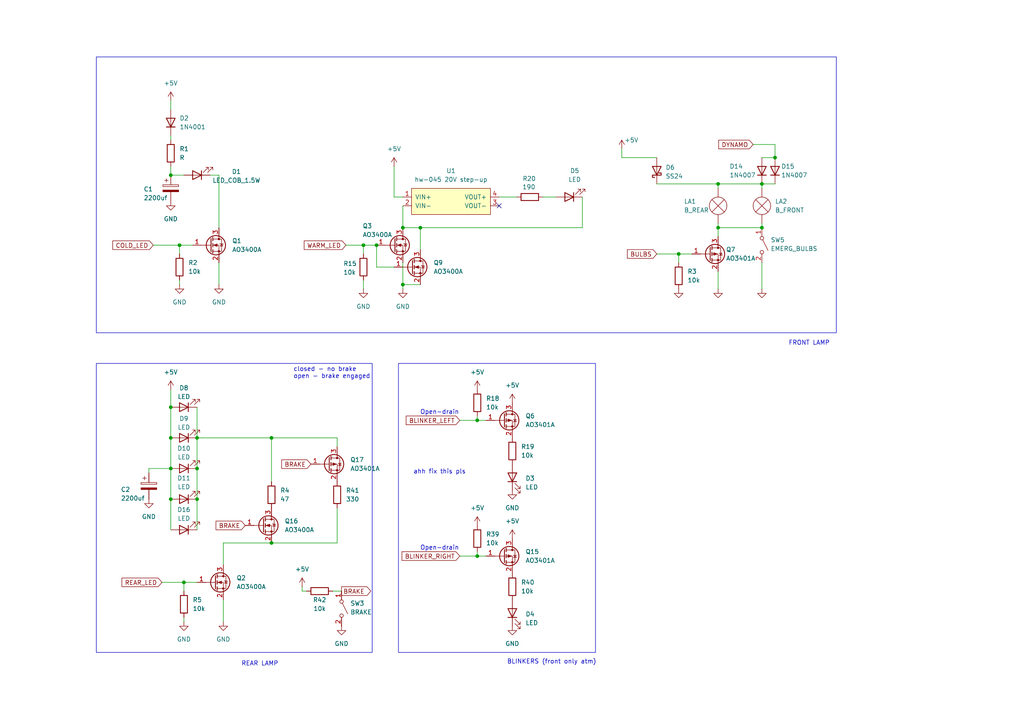
<source format=kicad_sch>
(kicad_sch (version 20231120) (generator "eeschema") (generator_version "8.0")
  (paper "A4")
  (lib_symbols
    (symbol "Device:C_Polarized" (pin_numbers hide) (pin_names (offset 0.254))
      (property "Reference" "C" (at 0.635 2.54 0))
      (property "Value" "C_Polarized" (at 0.635 -2.54 0))
      (symbol "C_Polarized_0_1"
        (rectangle (start -2.286 0.508) (end 2.286 1.016))
        (polyline (pts (xy -1.778 2.286) (xy -0.762 2.286)))
        (polyline (pts (xy -1.27 2.794) (xy -1.27 1.778)))
        (rectangle (start 2.286 -0.508) (end -2.286 -1.016) (fill (type outline)))
      )
      (symbol "C_Polarized_1_1"
        (pin passive line (at 0 3.81 270) (length 2.794) (name "~") (number "1"))
        (pin passive line (at 0 -3.81 90) (length 2.794) (name "~") (number "2"))
      )
    )
    (symbol "Device:LED" (pin_numbers hide) (pin_names (offset 1.016) hide)
      (property "Reference" "D" (at 0 2.54 0))
      (property "Value" "LED" (at 0 -2.54 0))
      (symbol "LED_0_1"
        (polyline (pts (xy -1.27 -1.27) (xy -1.27 1.27)) (stroke (width 0.254)))
        (polyline (pts (xy -1.27 0) (xy 1.27 0)))
        (polyline (pts (xy 1.27 -1.27) (xy 1.27 1.27) (xy -1.27 0) (xy 1.27 -1.27)) (stroke (width 0.254)))
        (polyline (pts (xy -3.048 -0.762) (xy -4.572 -2.286) (xy -3.81 -2.286) (xy -4.572 -2.286) (xy -4.572 -1.524)))
        (polyline (pts (xy -1.778 -0.762) (xy -3.302 -2.286) (xy -2.54 -2.286) (xy -3.302 -2.286) (xy -3.302 -1.524)))
      )
      (symbol "LED_1_1"
        (pin passive line (at -3.81 0 0) (length 2.54) (name "K") (number "1"))
        (pin passive line (at 3.81 0 180) (length 2.54) (name "A") (number "2"))
      )
    )
    (symbol "Device:Lamp" (pin_numbers hide) (pin_names (offset 0.0254) hide)
      (property "Reference" "LA" (at 0.635 3.81 0))
      (property "Value" "Lamp" (at 0.635 -3.81 0))
      (symbol "Lamp_0_1"
        (polyline (pts (xy -1.778 1.778) (xy 1.778 -1.778)))
        (polyline (pts (xy 1.778 1.778) (xy -1.778 -1.778)))
        (circle (center 0 0) (radius 2.54))
      )
      (symbol "Lamp_1_1"
        (pin passive line (at 0 -5.08 90) (length 2.54) (name "-") (number "1"))
        (pin passive line (at 0 5.08 270) (length 2.54) (name "+") (number "2"))
      )
    )
    (symbol "Device:R" (pin_numbers hide) (pin_names (offset 0))
      (property "Reference" "R" (at 2.032 0 90))
      (property "Value" "R" (at 0 0 90))
      (symbol "R_0_1"
        (rectangle (start -1.016 -2.54) (end 1.016 2.54) (stroke (width 0.254)))
      )
      (symbol "R_1_1"
        (pin passive line (at 0 3.81 270) (length 1.27) (name "~") (number "1"))
        (pin passive line (at 0 -3.81 90) (length 1.27) (name "~") (number "2"))
      )
    )
    (symbol "Diode:1N4001" (pin_numbers hide) (pin_names hide)
      (property "Reference" "D" (at 0 2.54 0))
      (property "Value" "1N4001" (at 0 -2.54 0))
      (symbol "1N4001_0_1"
        (polyline (pts (xy -1.27 1.27) (xy -1.27 -1.27)) (stroke (width 0.254)))
        (polyline (pts (xy 1.27 0) (xy -1.27 0)))
        (polyline (pts (xy 1.27 1.27) (xy 1.27 -1.27) (xy -1.27 0) (xy 1.27 1.27)) (stroke (width 0.254)))
      )
      (symbol "1N4001_1_1"
        (pin passive line (at -3.81 0 0) (length 2.54) (name "K") (number "1"))
        (pin passive line (at 3.81 0 180) (length 2.54) (name "A") (number "2"))
      )
    )
    (symbol "Diode:1N4007" (pin_numbers hide) (pin_names hide)
      (property "Reference" "D" (at 0 2.54 0))
      (property "Value" "1N4007" (at 0 -2.54 0))
      (symbol "1N4007_0_1"
        (polyline (pts (xy -1.27 1.27) (xy -1.27 -1.27)) (stroke (width 0.254)))
        (polyline (pts (xy 1.27 0) (xy -1.27 0)))
        (polyline (pts (xy 1.27 1.27) (xy 1.27 -1.27) (xy -1.27 0) (xy 1.27 1.27)) (stroke (width 0.254)))
      )
      (symbol "1N4007_1_1"
        (pin passive line (at -3.81 0 0) (length 2.54) (name "K") (number "1"))
        (pin passive line (at 3.81 0 180) (length 2.54) (name "A") (number "2"))
      )
    )
    (symbol "Diode:SS24" (pin_numbers hide) (pin_names (offset 1.016) hide)
      (property "Reference" "D" (at 0 2.54 0))
      (property "Value" "SS24" (at 0 -2.54 0))
      (symbol "SS24_0_1"
        (polyline (pts (xy 1.27 0) (xy -1.27 0)))
        (polyline (pts (xy 1.27 1.27) (xy 1.27 -1.27) (xy -1.27 0) (xy 1.27 1.27)) (stroke (width 0.254)))
        (polyline (pts (xy -1.905 0.635) (xy -1.905 1.27) (xy -1.27 1.27) (xy -1.27 -1.27) (xy -0.635 -1.27) (xy -0.635 -0.635)) (stroke (width 0.254)))
      )
      (symbol "SS24_1_1"
        (pin passive line (at -3.81 0 0) (length 2.54) (name "K") (number "1"))
        (pin passive line (at 3.81 0 180) (length 2.54) (name "A") (number "2"))
      )
    )
    (symbol "Switch:SW_SPST" (pin_names (offset 0) hide)
      (property "Reference" "SW" (at 0 3.175 0))
      (property "Value" "SW_SPST" (at 0 -2.54 0))
      (symbol "SW_SPST_0_0"
        (circle (center -2.032 0) (radius 0.508))
        (polyline (pts (xy -1.524 0.254) (xy 1.524 1.778)))
        (circle (center 2.032 0) (radius 0.508))
      )
      (symbol "SW_SPST_1_1"
        (pin passive line (at -5.08 0 0) (length 2.54) (name "A") (number "1"))
        (pin passive line (at 5.08 0 180) (length 2.54) (name "B") (number "2"))
      )
    )
    (symbol "Transistor_FET:AO3400A" (pin_names hide)
      (property "Reference" "Q" (at 5.08 1.905 0))
      (property "Value" "AO3400A" (at 5.08 0 0))
      (symbol "AO3400A_0_1"
        (polyline (pts (xy 0.254 0) (xy -2.54 0)))
        (polyline (pts (xy 0.254 1.905) (xy 0.254 -1.905)) (stroke (width 0.254)))
        (polyline (pts (xy 0.762 -1.27) (xy 0.762 -2.286)) (stroke (width 0.254)))
        (polyline (pts (xy 0.762 0.508) (xy 0.762 -0.508)) (stroke (width 0.254)))
        (polyline (pts (xy 0.762 2.286) (xy 0.762 1.27)) (stroke (width 0.254)))
        (polyline (pts (xy 2.54 2.54) (xy 2.54 1.778)))
        (polyline (pts (xy 2.54 -2.54) (xy 2.54 0) (xy 0.762 0)))
        (polyline (pts (xy 0.762 -1.778) (xy 3.302 -1.778) (xy 3.302 1.778) (xy 0.762 1.778)))
        (polyline (pts (xy 1.016 0) (xy 2.032 0.381) (xy 2.032 -0.381) (xy 1.016 0)) (fill (type outline)))
        (polyline (pts (xy 2.794 0.508) (xy 2.921 0.381) (xy 3.683 0.381) (xy 3.81 0.254)))
        (polyline (pts (xy 3.302 0.381) (xy 2.921 -0.254) (xy 3.683 -0.254) (xy 3.302 0.381)))
        (circle (center 1.651 0) (radius 2.794) (stroke (width 0.254)))
        (circle (center 2.54 -1.778) (radius 0.254) (fill (type outline)))
        (circle (center 2.54 1.778) (radius 0.254) (fill (type outline)))
      )
      (symbol "AO3400A_1_1"
        (pin input line (at -5.08 0 0) (length 2.54) (name "G") (number "1"))
        (pin passive line (at 2.54 -5.08 90) (length 2.54) (name "S") (number "2"))
        (pin passive line (at 2.54 5.08 270) (length 2.54) (name "D") (number "3"))
      )
    )
    (symbol "Transistor_FET:AO3401A" (pin_names hide)
      (property "Reference" "Q" (at 5.08 1.905 0))
      (property "Value" "AO3401A" (at 5.08 0 0))
      (symbol "AO3401A_0_1"
        (polyline (pts (xy 0.254 0) (xy -2.54 0)))
        (polyline (pts (xy 0.254 1.905) (xy 0.254 -1.905)) (stroke (width 0.254)))
        (polyline (pts (xy 0.762 -1.27) (xy 0.762 -2.286)) (stroke (width 0.254)))
        (polyline (pts (xy 0.762 0.508) (xy 0.762 -0.508)) (stroke (width 0.254)))
        (polyline (pts (xy 0.762 2.286) (xy 0.762 1.27)) (stroke (width 0.254)))
        (polyline (pts (xy 2.54 2.54) (xy 2.54 1.778)))
        (polyline (pts (xy 2.54 -2.54) (xy 2.54 0) (xy 0.762 0)))
        (polyline (pts (xy 0.762 1.778) (xy 3.302 1.778) (xy 3.302 -1.778) (xy 0.762 -1.778)))
        (polyline (pts (xy 2.286 0) (xy 1.27 0.381) (xy 1.27 -0.381) (xy 2.286 0)) (fill (type outline)))
        (polyline (pts (xy 2.794 -0.508) (xy 2.921 -0.381) (xy 3.683 -0.381) (xy 3.81 -0.254)))
        (polyline (pts (xy 3.302 -0.381) (xy 2.921 0.254) (xy 3.683 0.254) (xy 3.302 -0.381)))
        (circle (center 1.651 0) (radius 2.794) (stroke (width 0.254)))
        (circle (center 2.54 -1.778) (radius 0.254) (fill (type outline)))
        (circle (center 2.54 1.778) (radius 0.254) (fill (type outline)))
      )
      (symbol "AO3401A_1_1"
        (pin input line (at -5.08 0 0) (length 2.54) (name "G") (number "1"))
        (pin passive line (at 2.54 -5.08 90) (length 2.54) (name "S") (number "2"))
        (pin passive line (at 2.54 5.08 270) (length 2.54) (name "D") (number "3"))
      )
    )
    (symbol "hw-045:hw-045" (pin_names (offset 1.016))
      (property "Reference" "U1" (at 1.27 10.16 0))
      (property "Value" "hw-045" (at 1.27 7.62 0))
      (symbol "hw-045_0_1"
        (rectangle (start -10.16 5.08) (end 12.7 -2.54) (fill (type background)))
      )
      (symbol "hw-045_1_1"
        (pin input line (at -12.7 2.54 0) (length 2.54) (name "VIN+") (number "1"))
        (pin input line (at -12.7 0 0) (length 2.54) (name "VIN-") (number "2"))
        (pin output line (at 15.24 0 180) (length 2.54) (name "VOUT-") (number "3"))
        (pin output line (at 15.24 2.54 180) (length 2.54) (name "VOUT+") (number "4"))
      )
    )
    (symbol "power:+5V" (power) (pin_numbers hide) (pin_names (offset 0) hide)
      (property "Value" "+5V" (at 0 3.556 0))
      (symbol "+5V_0_1"
        (polyline (pts (xy -0.762 1.27) (xy 0 2.54)))
        (polyline (pts (xy 0 0) (xy 0 2.54)))
        (polyline (pts (xy 0 2.54) (xy 0.762 1.27)))
      )
      (symbol "+5V_1_1"
        (pin power_in line (at 0 0 90) (length 0) (name "~") (number "1"))
      )
    )
    (symbol "power:GND" (power) (pin_numbers hide) (pin_names (offset 0) hide)
      (property "Value" "GND" (at 0 -3.81 0))
      (symbol "GND_0_1"
        (polyline (pts (xy 0 0) (xy 0 -1.27) (xy 1.27 -1.27) (xy 0 -2.54) (xy -1.27 -1.27) (xy 0 -1.27)))
      )
      (symbol "GND_1_1"
        (pin power_in line (at 0 0 270) (length 0) (name "~") (number "1"))
      )
    )
  )
  (junction (at 109.22 71.12))
  (junction (at 78.74 127))
  (junction (at 49.53 144.78))
  (junction (at 208.28 53.34))
  (junction (at 138.43 161.29))
  (junction (at 224.79 45.72))
  (junction (at 49.53 127))
  (junction (at 138.43 121.92))
  (junction (at 116.84 66.04))
  (junction (at 53.34 168.91))
  (junction (at 52.07 71.12))
  (junction (at 121.92 66.04))
  (junction (at 49.53 50.8))
  (junction (at 220.98 53.34))
  (junction (at 49.53 118.11))
  (junction (at 49.53 135.89))
  (junction (at 78.74 157.48))
  (junction (at 57.15 135.89))
  (junction (at 57.15 144.78))
  (junction (at 116.84 82.55))
  (junction (at 105.41 71.12))
  (junction (at 196.85 73.66))
  (junction (at 220.98 66.04))
  (junction (at 208.28 66.04))
  (junction (at 57.15 127))
  (no_connect (at 144.78 59.69))
  (wire (pts (xy 220.98 53.34) (xy 220.98 54.61)))
  (wire (pts (xy 105.41 81.28) (xy 105.41 83.82)))
  (wire (pts (xy 121.92 66.04) (xy 116.84 66.04)))
  (wire (pts (xy 49.53 29.21) (xy 49.53 31.75)))
  (wire (pts (xy 105.41 71.12) (xy 109.22 71.12)))
  (wire (pts (xy 220.98 76.2) (xy 220.98 83.82)))
  (wire (pts (xy 49.53 39.37) (xy 49.53 40.64)))
  (wire (pts (xy 78.74 127) (xy 78.74 139.7)))
  (wire (pts (xy 57.15 144.78) (xy 57.15 153.67)))
  (wire (pts (xy 49.53 135.89) (xy 49.53 144.78)))
  (wire (pts (xy 114.3 48.26) (xy 114.3 57.15)))
  (wire (pts (xy 97.79 127) (xy 97.79 129.54)))
  (wire (pts (xy 190.5 73.66) (xy 196.85 73.66)))
  (wire (pts (xy 97.79 147.32) (xy 97.79 157.48)))
  (wire (pts (xy 43.18 135.89) (xy 49.53 135.89)))
  (wire (pts (xy 116.84 59.69) (xy 116.84 66.04)))
  (wire (pts (xy 78.74 157.48) (xy 97.79 157.48)))
  (wire (pts (xy 220.98 45.72) (xy 224.79 45.72)))
  (wire (pts (xy 46.99 168.91) (xy 53.34 168.91)))
  (wire (pts (xy 114.3 57.15) (xy 116.84 57.15)))
  (wire (pts (xy 208.28 66.04) (xy 208.28 68.58)))
  (wire (pts (xy 57.15 127) (xy 57.15 135.89)))
  (wire (pts (xy 220.98 64.77) (xy 220.98 66.04)))
  (wire (pts (xy 218.44 41.91) (xy 224.79 41.91)))
  (wire (pts (xy 78.74 127) (xy 97.79 127)))
  (wire (pts (xy 138.43 120.65) (xy 138.43 121.92)))
  (wire (pts (xy 105.41 73.66) (xy 105.41 71.12)))
  (wire (pts (xy 168.91 57.15) (xy 168.91 66.04)))
  (wire (pts (xy 57.15 118.11) (xy 57.15 127)))
  (wire (pts (xy 190.5 53.34) (xy 208.28 53.34)))
  (wire (pts (xy 52.07 81.28) (xy 52.07 82.55)))
  (wire (pts (xy 78.74 157.48) (xy 64.77 157.48)))
  (wire (pts (xy 144.78 57.15) (xy 149.86 57.15)))
  (wire (pts (xy 49.53 113.03) (xy 49.53 118.11)))
  (wire (pts (xy 49.53 50.8) (xy 53.34 50.8)))
  (wire (pts (xy 53.34 171.45) (xy 53.34 168.91)))
  (wire (pts (xy 53.34 168.91) (xy 57.15 168.91)))
  (wire (pts (xy 196.85 73.66) (xy 200.66 73.66)))
  (wire (pts (xy 44.45 71.12) (xy 52.07 71.12)))
  (wire (pts (xy 140.97 121.92) (xy 138.43 121.92)))
  (wire (pts (xy 49.53 48.26) (xy 49.53 50.8)))
  (wire (pts (xy 87.63 170.18) (xy 87.63 171.45)))
  (wire (pts (xy 96.52 171.45) (xy 99.06 171.45)))
  (wire (pts (xy 57.15 135.89) (xy 57.15 144.78)))
  (wire (pts (xy 49.53 118.11) (xy 49.53 127)))
  (wire (pts (xy 133.35 121.92) (xy 138.43 121.92)))
  (wire (pts (xy 180.34 43.18) (xy 180.34 45.72)))
  (wire (pts (xy 208.28 53.34) (xy 220.98 53.34)))
  (wire (pts (xy 116.84 82.55) (xy 116.84 76.2)))
  (wire (pts (xy 220.98 66.04) (xy 208.28 66.04)))
  (wire (pts (xy 208.28 64.77) (xy 208.28 66.04)))
  (wire (pts (xy 53.34 179.07) (xy 53.34 180.34)))
  (wire (pts (xy 63.5 50.8) (xy 63.5 66.04)))
  (wire (pts (xy 224.79 53.34) (xy 220.98 53.34)))
  (wire (pts (xy 208.28 78.74) (xy 208.28 83.82)))
  (wire (pts (xy 64.77 180.34) (xy 64.77 173.99)))
  (wire (pts (xy 140.97 161.29) (xy 138.43 161.29)))
  (wire (pts (xy 116.84 83.82) (xy 116.84 82.55)))
  (wire (pts (xy 109.22 77.47) (xy 109.22 71.12)))
  (wire (pts (xy 64.77 157.48) (xy 64.77 163.83)))
  (wire (pts (xy 180.34 45.72) (xy 190.5 45.72)))
  (wire (pts (xy 63.5 82.55) (xy 63.5 76.2)))
  (wire (pts (xy 43.18 135.89) (xy 43.18 137.16)))
  (wire (pts (xy 57.15 127) (xy 78.74 127)))
  (wire (pts (xy 49.53 144.78) (xy 49.53 153.67)))
  (wire (pts (xy 87.63 171.45) (xy 88.9 171.45)))
  (wire (pts (xy 121.92 72.39) (xy 121.92 66.04)))
  (wire (pts (xy 100.33 71.12) (xy 105.41 71.12)))
  (wire (pts (xy 49.53 127) (xy 49.53 135.89)))
  (wire (pts (xy 116.84 82.55) (xy 121.92 82.55)))
  (wire (pts (xy 138.43 160.02) (xy 138.43 161.29)))
  (wire (pts (xy 52.07 71.12) (xy 55.88 71.12)))
  (wire (pts (xy 114.3 77.47) (xy 109.22 77.47)))
  (wire (pts (xy 224.79 41.91) (xy 224.79 45.72)))
  (wire (pts (xy 208.28 53.34) (xy 208.28 54.61)))
  (wire (pts (xy 157.48 57.15) (xy 161.29 57.15)))
  (wire (pts (xy 133.35 161.29) (xy 138.43 161.29)))
  (wire (pts (xy 60.96 50.8) (xy 63.5 50.8)))
  (wire (pts (xy 196.85 76.2) (xy 196.85 73.66)))
  (wire (pts (xy 168.91 66.04) (xy 121.92 66.04)))
  (wire (pts (xy 52.07 73.66) (xy 52.07 71.12)))
  (rectangle (start 27.94 105.41) (end 107.95 189.23))
  (rectangle (start 27.94 16.51) (end 242.57 96.52))
  (rectangle (start 115.57 105.41) (end 172.72 189.23))
  (text "ahh fix this pls" (at 127.508 136.906 0) (effects (font (size 1.27 1.27))))
  (text "closed - no brake\nopen - brake engaged" (at 85.09 108.204 0) (effects (font (size 1.27 1.27)) (justify left)))
  (text "BLINKERS (front only atm)" (at 160.02 192.024 0) (effects (font (size 1.27 1.27))))
  (text "FRONT LAMP" (at 234.696 99.568 0) (effects (font (size 1.27 1.27))))
  (text "Open-drain" (at 127.508 159.004 0) (effects (font (size 1.27 1.27))))
  (text "Open-drain" (at 127.508 119.634 0) (effects (font (size 1.27 1.27))))
  (text "REAR LAMP" (at 75.3733 192.5848 0) (effects (font (size 1.27 1.27))))
  (global_label "BRAKE" (shape output) (at 99.06 171.45 0) (property "Intersheetrefs" "${INTERSHEET_REFS}" (effects (hide yes))))
  (global_label "BRAKE" (shape input) (at 90.17 134.62 180) (property "Intersheetrefs" "${INTERSHEET_REFS}" (effects (hide yes))))
  (global_label "REAR_LED" (shape input) (at 46.99 168.91 180) (property "Intersheetrefs" "${INTERSHEET_REFS}" (effects (hide yes))))
  (global_label "COLD_LED" (shape input) (at 44.45 71.12 180) (property "Intersheetrefs" "${INTERSHEET_REFS}" (effects (hide yes))))
  (global_label "BLINKER_LEFT" (shape input) (at 133.35 121.92 180) (property "Intersheetrefs" "${INTERSHEET_REFS}" (effects (hide yes))))
  (global_label "DYNAMO" (shape input) (at 218.44 41.91 180) (property "Intersheetrefs" "${INTERSHEET_REFS}" (effects (hide yes))))
  (global_label "WARM_LED" (shape input) (at 100.33 71.12 180) (property "Intersheetrefs" "${INTERSHEET_REFS}" (effects (hide yes))))
  (global_label "BLINKER_RIGHT" (shape input) (at 133.35 161.29 180) (property "Intersheetrefs" "${INTERSHEET_REFS}" (effects (hide yes))))
  (global_label "BRAKE" (shape input) (at 71.12 152.4 180) (property "Intersheetrefs" "${INTERSHEET_REFS}" (effects (hide yes))))
  (global_label "BULBS" (shape input) (at 190.5 73.66 180) (property "Intersheetrefs" "${INTERSHEET_REFS}" (effects (hide yes))))
  (symbol (lib_id "Device:R") (at 105.41 77.47 180) (unit 1)
    (property "Reference" "R15" (at 99.568 76.454 0) (effects (justify right)))
    (property "Value" "10k" (at 99.568 78.994 0) (effects (justify right)))
    (property "Description" "Resistor" (effects (hide yes)))
  )
  (symbol (lib_id "power:GND") (at 208.28 83.82 0) (unit 1)
    (property "Reference" "#PWR07" (effects (hide yes)))
    (property "Value" "GND" (effects (hide yes)))
    (property "Description" "Power symbol creates a global label with name \"GND\" , ground" (effects (hide yes)))
  )
  (symbol (lib_id "power:GND") (at 49.53 58.42 0) (unit 1)
    (property "Reference" "#PWR06" (effects (hide yes)))
    (property "Value" "GND" (at 49.53 63.5 0))
    (property "Description" "Power symbol creates a global label with name \"GND\" , ground" (effects (hide yes)))
  )
  (symbol (lib_id "power:+5V") (at 49.53 29.21 0) (unit 1)
    (property "Reference" "#PWR01" (effects (hide yes)))
    (property "Value" "+5V" (at 49.53 24.13 0))
    (property "Description" "Power symbol creates a global label with name \"+5V\"" (effects (hide yes)))
  )
  (symbol (lib_id "Device:C_Polarized") (at 43.18 140.97 0) (unit 1)
    (property "Reference" "C2" (at 35.052 141.986 0) (effects (justify left)))
    (property "Value" "2200uf" (at 35.052 144.526 0) (effects (justify left)))
    (property "Description" "Polarized capacitor" (effects (hide yes)))
  )
  (symbol (lib_id "power:GND") (at 64.77 180.34 0) (unit 1)
    (property "Reference" "#PWR011" (effects (hide yes)))
    (property "Value" "GND" (at 64.77 185.42 0))
    (property "Description" "Power symbol creates a global label with name \"GND\" , ground" (effects (hide yes)))
  )
  (symbol (lib_id "Device:LED") (at 165.1 57.15 180) (unit 1)
    (property "Reference" "D5" (at 166.6875 49.53 0))
    (property "Value" "LED" (at 166.6875 52.07 0))
    (property "Description" "Light emitting diode" (effects (hide yes)))
  )
  (symbol (lib_id "Transistor_FET:AO3401A") (at 95.25 134.62 0) (unit 1)
    (property "Reference" "Q17" (at 101.6 133.3499 0) (effects (justify left)))
    (property "Value" "AO3401A" (at 101.6 135.8899 0) (effects (justify left)))
    (property "Footprint" "Package_TO_SOT_SMD:SOT-23" (effects (hide yes)))
    (property "Datasheet" "http://www.aosmd.com/pdfs/datasheet/AO3401A.pdf" (effects (hide yes)))
    (property "Description" "-4.0A Id, -30V Vds, P-Channel MOSFET, SOT-23" (effects (hide yes)))
  )
  (symbol (lib_id "Transistor_FET:AO3400A") (at 114.3 71.12 0) (unit 1)
    (property "Reference" "Q3" (at 105.156 65.532 0) (effects (justify left)))
    (property "Value" "AO3400A" (at 105.156 68.072 0) (effects (justify left)))
    (property "Footprint" "Package_TO_SOT_SMD:SOT-23" (effects (hide yes)))
    (property "Datasheet" "http://www.aosmd.com/pdfs/datasheet/AO3400A.pdf" (effects (hide yes)))
    (property "Description" "30V Vds, 5.7A Id, N-Channel MOSFET, SOT-23" (effects (hide yes)))
  )
  (symbol (lib_id "Device:R") (at 53.34 175.26 180) (unit 1)
    (property "Reference" "R5" (at 55.88 173.9899 0) (effects (justify right)))
    (property "Value" "10k" (at 55.88 176.5299 0) (effects (justify right)))
    (property "Description" "Resistor" (effects (hide yes)))
  )
  (symbol (lib_id "Transistor_FET:AO3400A") (at 119.38 77.47 0) (unit 1)
    (property "Reference" "Q9" (at 125.73 76.1999 0) (effects (justify left)))
    (property "Value" "AO3400A" (at 125.73 78.7399 0) (effects (justify left)))
    (property "Footprint" "Package_TO_SOT_SMD:SOT-23" (effects (hide yes)))
    (property "Datasheet" "http://www.aosmd.com/pdfs/datasheet/AO3400A.pdf" (effects (hide yes)))
    (property "Description" "30V Vds, 5.7A Id, N-Channel MOSFET, SOT-23" (effects (hide yes)))
  )
  (symbol (lib_id "Transistor_FET:AO3400A") (at 76.2 152.4 0) (unit 1)
    (property "Reference" "Q16" (at 82.55 151.1299 0) (effects (justify left)))
    (property "Value" "AO3400A" (at 82.55 153.6699 0) (effects (justify left)))
    (property "Footprint" "Package_TO_SOT_SMD:SOT-23" (effects (hide yes)))
    (property "Datasheet" "http://www.aosmd.com/pdfs/datasheet/AO3400A.pdf" (effects (hide yes)))
    (property "Description" "30V Vds, 5.7A Id, N-Channel MOSFET, SOT-23" (effects (hide yes)))
  )
  (symbol (lib_id "Transistor_FET:AO3401A") (at 146.05 161.29 0) (unit 1)
    (property "Reference" "Q15" (at 152.4 160.0199 0) (effects (justify left)))
    (property "Value" "AO3401A" (at 152.4 162.5599 0) (effects (justify left)))
    (property "Footprint" "Package_TO_SOT_SMD:SOT-23" (effects (hide yes)))
    (property "Datasheet" "http://www.aosmd.com/pdfs/datasheet/AO3401A.pdf" (effects (hide yes)))
    (property "Description" "-4.0A Id, -30V Vds, P-Channel MOSFET, SOT-23" (effects (hide yes)))
  )
  (symbol (lib_id "Transistor_FET:AO3401A") (at 146.05 121.92 0) (unit 1)
    (property "Reference" "Q6" (at 152.4 120.6499 0) (effects (justify left)))
    (property "Value" "AO3401A" (at 152.4 123.1899 0) (effects (justify left)))
    (property "Footprint" "Package_TO_SOT_SMD:SOT-23" (effects (hide yes)))
    (property "Datasheet" "http://www.aosmd.com/pdfs/datasheet/AO3401A.pdf" (effects (hide yes)))
    (property "Description" "-4.0A Id, -30V Vds, P-Channel MOSFET, SOT-23" (effects (hide yes)))
  )
  (symbol (lib_id "Device:R") (at 52.07 77.47 180) (unit 1)
    (property "Reference" "R2" (at 54.61 76.1999 0) (effects (justify right)))
    (property "Value" "10k" (at 54.61 78.7399 0) (effects (justify right)))
    (property "Description" "Resistor" (effects (hide yes)))
  )
  (symbol (lib_id "power:GND") (at 148.59 142.24 0) (unit 1)
    (property "Reference" "#PWR050" (effects (hide yes)))
    (property "Value" "GND" (at 148.59 147.32 0))
    (property "Description" "Power symbol creates a global label with name \"GND\" , ground" (effects (hide yes)))
  )
  (symbol (lib_id "Device:R") (at 148.59 170.18 0) (unit 1)
    (property "Reference" "R40" (at 151.13 168.9099 0) (effects (justify left)))
    (property "Value" "10k" (at 151.13 171.4499 0) (effects (justify left)))
    (property "Description" "Resistor" (effects (hide yes)))
  )
  (symbol (lib_id "Device:LED") (at 148.59 177.8 90) (unit 1)
    (property "Reference" "D4" (at 152.4 178.1174 90) (effects (justify right)))
    (property "Value" "LED" (at 152.4 180.6574 90) (effects (justify right)))
    (property "Description" "Light emitting diode" (effects (hide yes)))
  )
  (symbol (lib_id "Device:R") (at 138.43 156.21 0) (unit 1)
    (property "Reference" "R39" (at 140.97 154.9399 0) (effects (justify left)))
    (property "Value" "10k" (at 140.97 157.4799 0) (effects (justify left)))
    (property "Description" "Resistor" (effects (hide yes)))
  )
  (symbol (lib_id "Diode:SS24") (at 190.5 49.53 90) (unit 1)
    (property "Reference" "D6" (at 193.04 48.5774 90) (effects (justify right)))
    (property "Value" "SS24" (at 193.04 51.1174 90) (effects (justify right)))
    (property "Footprint" "Diode_SMD:D_SMA" (effects (hide yes)))
    (property "Datasheet" "https://www.vishay.com/docs/88748/ss22.pdf" (effects (hide yes)))
    (property "Description" "40V 2A Schottky Diode, SMA" (effects (hide yes)))
  )
  (symbol (lib_id "power:+5V") (at 138.43 113.03 0) (unit 1)
    (property "Reference" "#PWR048" (effects (hide yes)))
    (property "Value" "+5V" (at 138.43 107.95 0))
    (property "Description" "Power symbol creates a global label with name \"+5V\"" (effects (hide yes)))
  )
  (symbol (lib_id "Transistor_FET:AO3400A") (at 62.23 168.91 0) (unit 1)
    (property "Reference" "Q2" (at 68.58 167.6399 0) (effects (justify left)))
    (property "Value" "AO3400A" (at 68.58 170.1799 0) (effects (justify left)))
    (property "Footprint" "Package_TO_SOT_SMD:SOT-23" (effects (hide yes)))
    (property "Datasheet" "http://www.aosmd.com/pdfs/datasheet/AO3400A.pdf" (effects (hide yes)))
    (property "Description" "30V Vds, 5.7A Id, N-Channel MOSFET, SOT-23" (effects (hide yes)))
  )
  (symbol (lib_id "power:+5V") (at 138.43 152.4 0) (unit 1)
    (property "Reference" "#PWR056" (effects (hide yes)))
    (property "Value" "+5V" (at 138.43 147.32 0))
    (property "Description" "Power symbol creates a global label with name \"+5V\"" (effects (hide yes)))
  )
  (symbol (lib_id "power:+5V") (at 49.53 113.03 0) (unit 1)
    (property "Reference" "#PWR08" (effects (hide yes)))
    (property "Value" "+5V" (at 49.53 107.95 0))
    (property "Description" "Power symbol creates a global label with name \"+5V\"" (effects (hide yes)))
  )
  (symbol (lib_id "Device:Lamp") (at 208.28 59.69 0) (unit 1)
    (property "Reference" "LA1" (at 198.374 58.42 0) (effects (justify left)))
    (property "Value" "B_REAR" (at 198.374 60.96 0) (effects (justify left)))
    (property "Description" "Lamp" (effects (hide yes)))
  )
  (symbol (lib_id "Device:R") (at 196.85 80.01 0) (unit 1)
    (property "Reference" "R3" (at 199.39 78.7399 0) (effects (justify left)))
    (property "Value" "10k" (at 199.39 81.2799 0) (effects (justify left)))
    (property "Description" "Resistor" (effects (hide yes)))
  )
  (symbol (lib_id "power:+5V") (at 114.3 48.26 0) (unit 1)
    (property "Reference" "#PWR034" (effects (hide yes)))
    (property "Value" "+5V" (at 114.3 43.18 0))
    (property "Description" "Power symbol creates a global label with name \"+5V\"" (effects (hide yes)))
  )
  (symbol (lib_id "power:GND") (at 116.84 83.82 0) (unit 1)
    (property "Reference" "#PWR02" (effects (hide yes)))
    (property "Value" "GND" (at 116.84 88.9 0))
    (property "Description" "Power symbol creates a global label with name \"GND\" , ground" (effects (hide yes)))
  )
  (symbol (lib_id "Device:C_Polarized") (at 49.53 54.61 0) (unit 1)
    (property "Reference" "C1" (at 41.656 54.864 0) (effects (justify left)))
    (property "Value" "2200uf" (at 41.656 57.404 0) (effects (justify left)))
    (property "Description" "Polarized capacitor" (effects (hide yes)))
  )
  (symbol (lib_id "power:+5V") (at 148.59 156.21 0) (unit 1)
    (property "Reference" "#PWR057" (effects (hide yes)))
    (property "Value" "+5V" (at 148.59 151.13 0))
    (property "Description" "Power symbol creates a global label with name \"+5V\"" (effects (hide yes)))
  )
  (symbol (lib_id "power:GND") (at 148.59 181.61 0) (unit 1)
    (property "Reference" "#PWR075" (effects (hide yes)))
    (property "Value" "GND" (at 148.59 186.69 0))
    (property "Description" "Power symbol creates a global label with name \"GND\" , ground" (effects (hide yes)))
  )
  (symbol (lib_id "power:GND") (at 53.34 180.34 0) (unit 1)
    (property "Reference" "#PWR010" (effects (hide yes)))
    (property "Value" "GND" (at 53.34 185.42 0))
    (property "Description" "Power symbol creates a global label with name \"GND\" , ground" (effects (hide yes)))
  )
  (symbol (lib_id "Device:LED") (at 53.34 153.67 180) (unit 1)
    (property "Reference" "D16" (at 53.34 147.828 0))
    (property "Value" "LED" (at 53.34 150.368 0))
    (property "Description" "Light emitting diode" (effects (hide yes)))
  )
  (symbol (lib_id "hw-045:hw-045") (at 129.54 59.69 0) (unit 1)
    (property "Reference" "U1" (at 130.81 49.53 0))
    (property "Value" "hw-045 20V step-up" (at 130.81 52.07 0))
  )
  (symbol (lib_id "Transistor_FET:AO3400A") (at 60.96 71.12 0) (unit 1)
    (property "Reference" "Q1" (at 67.31 69.8499 0) (effects (justify left)))
    (property "Value" "AO3400A" (at 67.31 72.3899 0) (effects (justify left)))
    (property "Footprint" "Package_TO_SOT_SMD:SOT-23" (effects (hide yes)))
    (property "Datasheet" "http://www.aosmd.com/pdfs/datasheet/AO3400A.pdf" (effects (hide yes)))
    (property "Description" "30V Vds, 5.7A Id, N-Channel MOSFET, SOT-23" (effects (hide yes)))
  )
  (symbol (lib_id "Device:LED") (at 53.34 144.78 180) (unit 1)
    (property "Reference" "D11" (at 53.34 138.684 0))
    (property "Value" "LED" (at 53.34 141.224 0))
    (property "Description" "Light emitting diode" (effects (hide yes)))
  )
  (symbol (lib_id "Device:R") (at 49.53 44.45 180) (unit 1)
    (property "Reference" "R1" (at 52.07 43.1799 0) (effects (justify right)))
    (property "Value" "R" (at 52.07 45.7199 0) (effects (justify right)))
    (property "Footprint" "Resistor_SMD:R_0805_2012Metric" (effects (hide yes)))
    (property "Description" "Resistor" (effects (hide yes)))
  )
  (symbol (lib_id "Transistor_FET:AO3401A") (at 205.74 73.66 0) (unit 1)
    (property "Reference" "Q7" (at 210.566 72.39 0) (effects (justify left)))
    (property "Value" "AO3401A" (at 210.566 74.93 0) (effects (justify left)))
    (property "Footprint" "Package_TO_SOT_SMD:SOT-23" (effects (hide yes)))
    (property "Datasheet" "http://www.aosmd.com/pdfs/datasheet/AO3401A.pdf" (effects (hide yes)))
    (property "Description" "-4.0A Id, -30V Vds, P-Channel MOSFET, SOT-23" (effects (hide yes)))
  )
  (symbol (lib_id "power:+5V") (at 180.34 43.18 0) (unit 1)
    (property "Reference" "#PWR04" (effects (hide yes)))
    (property "Value" "+5V" (at 181.102 40.64 0) (effects (justify left)))
    (property "Description" "Power symbol creates a global label with name \"+5V\"" (effects (hide yes)))
  )
  (symbol (lib_id "power:GND") (at 43.18 144.78 0) (unit 1)
    (property "Reference" "#PWR09" (effects (hide yes)))
    (property "Value" "GND" (at 43.18 149.86 0))
    (property "Description" "Power symbol creates a global label with name \"GND\" , ground" (effects (hide yes)))
  )
  (symbol (lib_id "Device:R") (at 92.71 171.45 90) (unit 1)
    (property "Reference" "R42" (at 92.71 173.99 90))
    (property "Value" "10k" (at 92.71 176.53 90))
    (property "Description" "Resistor" (effects (hide yes)))
  )
  (symbol (lib_id "Switch:SW_SPST") (at 99.06 176.53 270) (unit 1)
    (property "Reference" "SW3" (at 101.6 175.006 90) (effects (justify left)))
    (property "Value" "BRAKE" (at 101.6 177.546 90) (effects (justify left)))
    (property "Description" "Single Pole Single Throw (SPST) switch" (effects (hide yes)))
  )
  (symbol (lib_id "Device:LED") (at 53.34 135.89 180) (unit 1)
    (property "Reference" "D10" (at 53.34 130.048 0))
    (property "Value" "LED" (at 53.34 132.588 0))
    (property "Description" "Light emitting diode" (effects (hide yes)))
  )
  (symbol (lib_id "power:GND") (at 105.41 83.82 0) (unit 1)
    (property "Reference" "#PWR035" (effects (hide yes)))
    (property "Value" "GND" (at 105.41 88.9 0))
    (property "Description" "Power symbol creates a global label with name \"GND\" , ground" (effects (hide yes)))
  )
  (symbol (lib_id "Diode:1N4001") (at 49.53 35.56 90) (unit 1)
    (property "Reference" "D2" (at 52.07 34.2899 90) (effects (justify right)))
    (property "Value" "1N4001" (at 52.07 36.8299 90) (effects (justify right)))
    (property "Footprint" "Diode_THT:D_DO-41_SOD81_P10.16mm_Horizontal" (effects (hide yes)))
    (property "Datasheet" "http://www.vishay.com/docs/88503/1n4001.pdf" (effects (hide yes)))
    (property "Description" "50V 1A General Purpose Rectifier Diode, DO-41" (effects (hide yes)))
    (property "Sim.Device" "D" (effects (hide yes)))
    (property "Sim.Pins" "1=K 2=A" (effects (hide yes)))
  )
  (symbol (lib_id "power:+5V") (at 87.63 170.18 0) (unit 1)
    (property "Reference" "#PWR077" (effects (hide yes)))
    (property "Value" "+5V" (at 87.63 165.1 0))
    (property "Description" "Power symbol creates a global label with name \"+5V\"" (effects (hide yes)))
  )
  (symbol (lib_id "Device:LED") (at 53.34 118.11 180) (unit 1)
    (property "Reference" "D8" (at 53.34 112.522 0))
    (property "Value" "LED" (at 53.34 115.062 0))
    (property "Description" "Light emitting diode" (effects (hide yes)))
  )
  (symbol (lib_id "Diode:1N4007") (at 224.79 49.53 90) (unit 1)
    (property "Reference" "D15" (at 226.568 48.26 90) (effects (justify right)))
    (property "Value" "1N4007" (at 226.568 50.8 90) (effects (justify right)))
    (property "Footprint" "Diode_THT:D_DO-41_SOD81_P10.16mm_Horizontal" (effects (hide yes)))
    (property "Datasheet" "http://www.vishay.com/docs/88503/1n4001.pdf" (effects (hide yes)))
    (property "Description" "1000V 1A General Purpose Rectifier Diode, DO-41" (effects (hide yes)))
    (property "Sim.Device" "D" (effects (hide yes)))
    (property "Sim.Pins" "1=K 2=A" (effects (hide yes)))
  )
  (symbol (lib_id "Device:LED") (at 148.59 138.43 90) (unit 1)
    (property "Reference" "D3" (at 152.4 138.7474 90) (effects (justify right)))
    (property "Value" "LED" (at 152.4 141.2874 90) (effects (justify right)))
    (property "Description" "Light emitting diode" (effects (hide yes)))
  )
  (symbol (lib_id "Device:R") (at 138.43 116.84 0) (unit 1)
    (property "Reference" "R18" (at 140.97 115.5699 0) (effects (justify left)))
    (property "Value" "10k" (at 140.97 118.1099 0) (effects (justify left)))
    (property "Description" "Resistor" (effects (hide yes)))
  )
  (symbol (lib_id "Device:R") (at 78.74 143.51 180) (unit 1)
    (property "Reference" "R4" (at 81.28 142.2399 0) (effects (justify right)))
    (property "Value" "47" (at 81.28 144.7799 0) (effects (justify right)))
    (property "Description" "Resistor" (effects (hide yes)))
  )
  (symbol (lib_id "Device:Lamp") (at 220.98 59.69 0) (unit 1)
    (property "Reference" "LA2" (at 224.79 58.4199 0) (effects (justify left)))
    (property "Value" "B_FRONT" (at 224.79 60.9599 0) (effects (justify left)))
    (property "Description" "Lamp" (effects (hide yes)))
  )
  (symbol (lib_id "power:+5V") (at 148.59 116.84 0) (unit 1)
    (property "Reference" "#PWR049" (effects (hide yes)))
    (property "Value" "+5V" (at 148.59 111.76 0))
    (property "Description" "Power symbol creates a global label with name \"+5V\"" (effects (hide yes)))
  )
  (symbol (lib_id "Device:LED") (at 57.15 50.8 180) (unit 1)
    (property "Reference" "D1" (at 68.58 49.784 0))
    (property "Value" "LED_COB_1.5W" (at 68.58 52.324 0))
    (property "Description" "Light emitting diode" (effects (hide yes)))
  )
  (symbol (lib_id "power:GND") (at 52.07 82.55 0) (unit 1)
    (property "Reference" "#PWR05" (effects (hide yes)))
    (property "Value" "GND" (at 52.07 87.63 0))
    (property "Description" "Power symbol creates a global label with name \"GND\" , ground" (effects (hide yes)))
  )
  (symbol (lib_id "power:GND") (at 99.06 181.61 0) (unit 1)
    (property "Reference" "#PWR076" (effects (hide yes)))
    (property "Value" "GND" (at 99.06 186.69 0))
    (property "Description" "Power symbol creates a global label with name \"GND\" , ground" (effects (hide yes)))
  )
  (symbol (lib_id "power:GND") (at 63.5 82.55 0) (unit 1)
    (property "Reference" "#PWR03" (effects (hide yes)))
    (property "Value" "GND" (at 63.5 87.63 0))
    (property "Description" "Power symbol creates a global label with name \"GND\" , ground" (effects (hide yes)))
  )
  (symbol (lib_id "power:GND") (at 220.98 83.82 0) (unit 1)
    (property "Reference" "#PWR012" (effects (hide yes)))
    (property "Value" "GND" (effects (hide yes)))
    (property "Description" "Power symbol creates a global label with name \"GND\" , ground" (effects (hide yes)))
  )
  (symbol (lib_id "power:GND") (at 196.85 83.82 0) (unit 1)
    (property "Reference" "#PWR028" (effects (hide yes)))
    (property "Value" "GND" (effects (hide yes)))
    (property "Description" "Power symbol creates a global label with name \"GND\" , ground" (effects (hide yes)))
  )
  (symbol (lib_id "Switch:SW_SPST") (at 220.98 71.12 270) (unit 1)
    (property "Reference" "SW5" (at 223.52 69.596 90) (effects (justify left)))
    (property "Value" "EMERG_BULBS" (at 223.52 72.136 90) (effects (justify left)))
    (property "Description" "Single Pole Single Throw (SPST) switch" (effects (hide yes)))
  )
  (symbol (lib_id "Device:R") (at 97.79 143.51 180) (unit 1)
    (property "Reference" "R41" (at 100.33 142.2399 0) (effects (justify right)))
    (property "Value" "330" (at 100.33 144.7799 0) (effects (justify right)))
    (property "Description" "Resistor" (effects (hide yes)))
  )
  (symbol (lib_id "Device:LED") (at 53.34 127 180) (unit 1)
    (property "Reference" "D9" (at 53.34 121.412 0))
    (property "Value" "LED" (at 53.34 123.952 0))
    (property "Description" "Light emitting diode" (effects (hide yes)))
  )
  (symbol (lib_id "Device:R") (at 153.67 57.15 90) (unit 1)
    (property "Reference" "R20" (at 155.448 51.816 90) (effects (justify left)))
    (property "Value" "190" (at 155.321 54.2291 90) (effects (justify left)))
    (property "Description" "Resistor" (effects (hide yes)))
  )
  (symbol (lib_id "Diode:1N4007") (at 220.98 49.53 90) (unit 1)
    (property "Reference" "D14" (at 211.582 48.26 90) (effects (justify right)))
    (property "Value" "1N4007" (at 211.582 50.8 90) (effects (justify right)))
    (property "Footprint" "Diode_THT:D_DO-41_SOD81_P10.16mm_Horizontal" (effects (hide yes)))
    (property "Datasheet" "http://www.vishay.com/docs/88503/1n4001.pdf" (effects (hide yes)))
    (property "Description" "1000V 1A General Purpose Rectifier Diode, DO-41" (effects (hide yes)))
    (property "Sim.Device" "D" (effects (hide yes)))
    (property "Sim.Pins" "1=K 2=A" (effects (hide yes)))
  )
  (symbol (lib_id "Device:R") (at 148.59 130.81 0) (unit 1)
    (property "Reference" "R19" (at 151.13 129.5399 0) (effects (justify left)))
    (property "Value" "10k" (at 151.13 132.0799 0) (effects (justify left)))
    (property "Description" "Resistor" (effects (hide yes)))
  )
)
</source>
